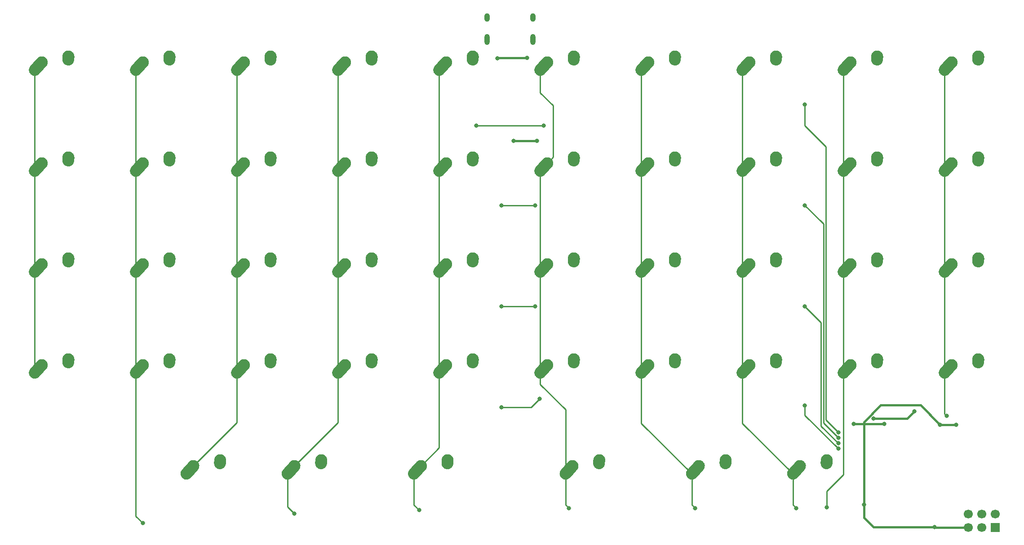
<source format=gtl>
%TF.GenerationSoftware,KiCad,Pcbnew,(5.1.12)-1*%
%TF.CreationDate,2022-01-05T12:33:11-05:00*%
%TF.ProjectId,my-keeb-type-c,6d792d6b-6565-4622-9d74-7970652d632e,rev?*%
%TF.SameCoordinates,Original*%
%TF.FileFunction,Copper,L1,Top*%
%TF.FilePolarity,Positive*%
%FSLAX46Y46*%
G04 Gerber Fmt 4.6, Leading zero omitted, Abs format (unit mm)*
G04 Created by KiCad (PCBNEW (5.1.12)-1) date 2022-01-05 12:33:11*
%MOMM*%
%LPD*%
G01*
G04 APERTURE LIST*
%TA.AperFunction,ComponentPad*%
%ADD10C,2.250000*%
%TD*%
%TA.AperFunction,ComponentPad*%
%ADD11O,1.000000X2.100000*%
%TD*%
%TA.AperFunction,ComponentPad*%
%ADD12O,1.000000X1.600000*%
%TD*%
%TA.AperFunction,ComponentPad*%
%ADD13R,1.700000X1.700000*%
%TD*%
%TA.AperFunction,ComponentPad*%
%ADD14C,1.700000*%
%TD*%
%TA.AperFunction,ViaPad*%
%ADD15C,0.800000*%
%TD*%
%TA.AperFunction,Conductor*%
%ADD16C,0.381000*%
%TD*%
%TA.AperFunction,Conductor*%
%ADD17C,0.254000*%
%TD*%
G04 APERTURE END LIST*
D10*
%TO.P,MX46,1*%
%TO.N,COL9*%
X199906250Y-84106250D03*
%TA.AperFunction,ComponentPad*%
G36*
G01*
X197844938Y-86403600D02*
X197844933Y-86403595D01*
G75*
G02*
X197758905Y-84814933I751317J837345D01*
G01*
X199068907Y-83354933D01*
G75*
G02*
X200657569Y-83268905I837345J-751317D01*
G01*
X200657569Y-83268905D01*
G75*
G02*
X200743597Y-84857567I-751317J-837345D01*
G01*
X199433595Y-86317567D01*
G75*
G02*
X197844933Y-86403595I-837345J751317D01*
G01*
G37*
%TD.AperFunction*%
%TO.P,MX46,2*%
%TO.N,Net-(D46-Pad2)*%
X204946250Y-83026250D03*
%TA.AperFunction,ComponentPad*%
G36*
G01*
X204829733Y-84728645D02*
X204828847Y-84728584D01*
G75*
G02*
X203783916Y-83528847I77403J1122334D01*
G01*
X203823916Y-82948847D01*
G75*
G02*
X205023653Y-81903916I1122334J-77403D01*
G01*
X205023653Y-81903916D01*
G75*
G02*
X206068584Y-83103653I-77403J-1122334D01*
G01*
X206028584Y-83683653D01*
G75*
G02*
X204828847Y-84728584I-1122334J77403D01*
G01*
G37*
%TD.AperFunction*%
%TD*%
%TO.P,MX18,1*%
%TO.N,COL3*%
X76081250Y-103156250D03*
%TA.AperFunction,ComponentPad*%
G36*
G01*
X74019938Y-105453600D02*
X74019933Y-105453595D01*
G75*
G02*
X73933905Y-103864933I751317J837345D01*
G01*
X75243907Y-102404933D01*
G75*
G02*
X76832569Y-102318905I837345J-751317D01*
G01*
X76832569Y-102318905D01*
G75*
G02*
X76918597Y-103907567I-751317J-837345D01*
G01*
X75608595Y-105367567D01*
G75*
G02*
X74019933Y-105453595I-837345J751317D01*
G01*
G37*
%TD.AperFunction*%
%TO.P,MX18,2*%
%TO.N,Net-(D18-Pad2)*%
X81121250Y-102076250D03*
%TA.AperFunction,ComponentPad*%
G36*
G01*
X81004733Y-103778645D02*
X81003847Y-103778584D01*
G75*
G02*
X79958916Y-102578847I77403J1122334D01*
G01*
X79998916Y-101998847D01*
G75*
G02*
X81198653Y-100953916I1122334J-77403D01*
G01*
X81198653Y-100953916D01*
G75*
G02*
X82243584Y-102153653I-77403J-1122334D01*
G01*
X82203584Y-102733653D01*
G75*
G02*
X81003847Y-103778584I-1122334J77403D01*
G01*
G37*
%TD.AperFunction*%
%TD*%
%TO.P,MX19,1*%
%TO.N,COL4*%
X104656250Y-26956250D03*
%TA.AperFunction,ComponentPad*%
G36*
G01*
X102594938Y-29253600D02*
X102594933Y-29253595D01*
G75*
G02*
X102508905Y-27664933I751317J837345D01*
G01*
X103818907Y-26204933D01*
G75*
G02*
X105407569Y-26118905I837345J-751317D01*
G01*
X105407569Y-26118905D01*
G75*
G02*
X105493597Y-27707567I-751317J-837345D01*
G01*
X104183595Y-29167567D01*
G75*
G02*
X102594933Y-29253595I-837345J751317D01*
G01*
G37*
%TD.AperFunction*%
%TO.P,MX19,2*%
%TO.N,Net-(D19-Pad2)*%
X109696250Y-25876250D03*
%TA.AperFunction,ComponentPad*%
G36*
G01*
X109579733Y-27578645D02*
X109578847Y-27578584D01*
G75*
G02*
X108533916Y-26378847I77403J1122334D01*
G01*
X108573916Y-25798847D01*
G75*
G02*
X109773653Y-24753916I1122334J-77403D01*
G01*
X109773653Y-24753916D01*
G75*
G02*
X110818584Y-25953653I-77403J-1122334D01*
G01*
X110778584Y-26533653D01*
G75*
G02*
X109578847Y-27578584I-1122334J77403D01*
G01*
G37*
%TD.AperFunction*%
%TD*%
%TO.P,MX24,1*%
%TO.N,COL5*%
X123706250Y-26956250D03*
%TA.AperFunction,ComponentPad*%
G36*
G01*
X121644938Y-29253600D02*
X121644933Y-29253595D01*
G75*
G02*
X121558905Y-27664933I751317J837345D01*
G01*
X122868907Y-26204933D01*
G75*
G02*
X124457569Y-26118905I837345J-751317D01*
G01*
X124457569Y-26118905D01*
G75*
G02*
X124543597Y-27707567I-751317J-837345D01*
G01*
X123233595Y-29167567D01*
G75*
G02*
X121644933Y-29253595I-837345J751317D01*
G01*
G37*
%TD.AperFunction*%
%TO.P,MX24,2*%
%TO.N,Net-(D24-Pad2)*%
X128746250Y-25876250D03*
%TA.AperFunction,ComponentPad*%
G36*
G01*
X128629733Y-27578645D02*
X128628847Y-27578584D01*
G75*
G02*
X127583916Y-26378847I77403J1122334D01*
G01*
X127623916Y-25798847D01*
G75*
G02*
X128823653Y-24753916I1122334J-77403D01*
G01*
X128823653Y-24753916D01*
G75*
G02*
X129868584Y-25953653I-77403J-1122334D01*
G01*
X129828584Y-26533653D01*
G75*
G02*
X128628847Y-27578584I-1122334J77403D01*
G01*
G37*
%TD.AperFunction*%
%TD*%
%TO.P,MX42,1*%
%TO.N,COL8*%
X180856250Y-84106250D03*
%TA.AperFunction,ComponentPad*%
G36*
G01*
X178794938Y-86403600D02*
X178794933Y-86403595D01*
G75*
G02*
X178708905Y-84814933I751317J837345D01*
G01*
X180018907Y-83354933D01*
G75*
G02*
X181607569Y-83268905I837345J-751317D01*
G01*
X181607569Y-83268905D01*
G75*
G02*
X181693597Y-84857567I-751317J-837345D01*
G01*
X180383595Y-86317567D01*
G75*
G02*
X178794933Y-86403595I-837345J751317D01*
G01*
G37*
%TD.AperFunction*%
%TO.P,MX42,2*%
%TO.N,Net-(D42-Pad2)*%
X185896250Y-83026250D03*
%TA.AperFunction,ComponentPad*%
G36*
G01*
X185779733Y-84728645D02*
X185778847Y-84728584D01*
G75*
G02*
X184733916Y-83528847I77403J1122334D01*
G01*
X184773916Y-82948847D01*
G75*
G02*
X185973653Y-81903916I1122334J-77403D01*
G01*
X185973653Y-81903916D01*
G75*
G02*
X187018584Y-83103653I-77403J-1122334D01*
G01*
X186978584Y-83683653D01*
G75*
G02*
X185778847Y-84728584I-1122334J77403D01*
G01*
G37*
%TD.AperFunction*%
%TD*%
%TO.P,MX39,1*%
%TO.N,COL8*%
X180856250Y-26956250D03*
%TA.AperFunction,ComponentPad*%
G36*
G01*
X178794938Y-29253600D02*
X178794933Y-29253595D01*
G75*
G02*
X178708905Y-27664933I751317J837345D01*
G01*
X180018907Y-26204933D01*
G75*
G02*
X181607569Y-26118905I837345J-751317D01*
G01*
X181607569Y-26118905D01*
G75*
G02*
X181693597Y-27707567I-751317J-837345D01*
G01*
X180383595Y-29167567D01*
G75*
G02*
X178794933Y-29253595I-837345J751317D01*
G01*
G37*
%TD.AperFunction*%
%TO.P,MX39,2*%
%TO.N,Net-(D39-Pad2)*%
X185896250Y-25876250D03*
%TA.AperFunction,ComponentPad*%
G36*
G01*
X185779733Y-27578645D02*
X185778847Y-27578584D01*
G75*
G02*
X184733916Y-26378847I77403J1122334D01*
G01*
X184773916Y-25798847D01*
G75*
G02*
X185973653Y-24753916I1122334J-77403D01*
G01*
X185973653Y-24753916D01*
G75*
G02*
X187018584Y-25953653I-77403J-1122334D01*
G01*
X186978584Y-26533653D01*
G75*
G02*
X185778847Y-27578584I-1122334J77403D01*
G01*
G37*
%TD.AperFunction*%
%TD*%
D11*
%TO.P,USB1,13*%
%TO.N,Earth*%
X112361250Y-22655000D03*
X121001250Y-22655000D03*
D12*
X112361250Y-18475000D03*
X121001250Y-18475000D03*
%TD*%
D10*
%TO.P,MX45,1*%
%TO.N,COL9*%
X199906250Y-65056250D03*
%TA.AperFunction,ComponentPad*%
G36*
G01*
X197844938Y-67353600D02*
X197844933Y-67353595D01*
G75*
G02*
X197758905Y-65764933I751317J837345D01*
G01*
X199068907Y-64304933D01*
G75*
G02*
X200657569Y-64218905I837345J-751317D01*
G01*
X200657569Y-64218905D01*
G75*
G02*
X200743597Y-65807567I-751317J-837345D01*
G01*
X199433595Y-67267567D01*
G75*
G02*
X197844933Y-67353595I-837345J751317D01*
G01*
G37*
%TD.AperFunction*%
%TO.P,MX45,2*%
%TO.N,Net-(D45-Pad2)*%
X204946250Y-63976250D03*
%TA.AperFunction,ComponentPad*%
G36*
G01*
X204829733Y-65678645D02*
X204828847Y-65678584D01*
G75*
G02*
X203783916Y-64478847I77403J1122334D01*
G01*
X203823916Y-63898847D01*
G75*
G02*
X205023653Y-62853916I1122334J-77403D01*
G01*
X205023653Y-62853916D01*
G75*
G02*
X206068584Y-64053653I-77403J-1122334D01*
G01*
X206028584Y-64633653D01*
G75*
G02*
X204828847Y-65678584I-1122334J77403D01*
G01*
G37*
%TD.AperFunction*%
%TD*%
%TO.P,MX44,1*%
%TO.N,COL9*%
X199906250Y-46006250D03*
%TA.AperFunction,ComponentPad*%
G36*
G01*
X197844938Y-48303600D02*
X197844933Y-48303595D01*
G75*
G02*
X197758905Y-46714933I751317J837345D01*
G01*
X199068907Y-45254933D01*
G75*
G02*
X200657569Y-45168905I837345J-751317D01*
G01*
X200657569Y-45168905D01*
G75*
G02*
X200743597Y-46757567I-751317J-837345D01*
G01*
X199433595Y-48217567D01*
G75*
G02*
X197844933Y-48303595I-837345J751317D01*
G01*
G37*
%TD.AperFunction*%
%TO.P,MX44,2*%
%TO.N,Net-(D44-Pad2)*%
X204946250Y-44926250D03*
%TA.AperFunction,ComponentPad*%
G36*
G01*
X204829733Y-46628645D02*
X204828847Y-46628584D01*
G75*
G02*
X203783916Y-45428847I77403J1122334D01*
G01*
X203823916Y-44848847D01*
G75*
G02*
X205023653Y-43803916I1122334J-77403D01*
G01*
X205023653Y-43803916D01*
G75*
G02*
X206068584Y-45003653I-77403J-1122334D01*
G01*
X206028584Y-45583653D01*
G75*
G02*
X204828847Y-46628584I-1122334J77403D01*
G01*
G37*
%TD.AperFunction*%
%TD*%
%TO.P,MX43,1*%
%TO.N,COL9*%
X199906250Y-26956250D03*
%TA.AperFunction,ComponentPad*%
G36*
G01*
X197844938Y-29253600D02*
X197844933Y-29253595D01*
G75*
G02*
X197758905Y-27664933I751317J837345D01*
G01*
X199068907Y-26204933D01*
G75*
G02*
X200657569Y-26118905I837345J-751317D01*
G01*
X200657569Y-26118905D01*
G75*
G02*
X200743597Y-27707567I-751317J-837345D01*
G01*
X199433595Y-29167567D01*
G75*
G02*
X197844933Y-29253595I-837345J751317D01*
G01*
G37*
%TD.AperFunction*%
%TO.P,MX43,2*%
%TO.N,Net-(D43-Pad2)*%
X204946250Y-25876250D03*
%TA.AperFunction,ComponentPad*%
G36*
G01*
X204829733Y-27578645D02*
X204828847Y-27578584D01*
G75*
G02*
X203783916Y-26378847I77403J1122334D01*
G01*
X203823916Y-25798847D01*
G75*
G02*
X205023653Y-24753916I1122334J-77403D01*
G01*
X205023653Y-24753916D01*
G75*
G02*
X206068584Y-25953653I-77403J-1122334D01*
G01*
X206028584Y-26533653D01*
G75*
G02*
X204828847Y-27578584I-1122334J77403D01*
G01*
G37*
%TD.AperFunction*%
%TD*%
%TO.P,MX41,1*%
%TO.N,COL8*%
X180856250Y-65056250D03*
%TA.AperFunction,ComponentPad*%
G36*
G01*
X178794938Y-67353600D02*
X178794933Y-67353595D01*
G75*
G02*
X178708905Y-65764933I751317J837345D01*
G01*
X180018907Y-64304933D01*
G75*
G02*
X181607569Y-64218905I837345J-751317D01*
G01*
X181607569Y-64218905D01*
G75*
G02*
X181693597Y-65807567I-751317J-837345D01*
G01*
X180383595Y-67267567D01*
G75*
G02*
X178794933Y-67353595I-837345J751317D01*
G01*
G37*
%TD.AperFunction*%
%TO.P,MX41,2*%
%TO.N,Net-(D41-Pad2)*%
X185896250Y-63976250D03*
%TA.AperFunction,ComponentPad*%
G36*
G01*
X185779733Y-65678645D02*
X185778847Y-65678584D01*
G75*
G02*
X184733916Y-64478847I77403J1122334D01*
G01*
X184773916Y-63898847D01*
G75*
G02*
X185973653Y-62853916I1122334J-77403D01*
G01*
X185973653Y-62853916D01*
G75*
G02*
X187018584Y-64053653I-77403J-1122334D01*
G01*
X186978584Y-64633653D01*
G75*
G02*
X185778847Y-65678584I-1122334J77403D01*
G01*
G37*
%TD.AperFunction*%
%TD*%
%TO.P,MX40,1*%
%TO.N,COL8*%
X180856250Y-46006250D03*
%TA.AperFunction,ComponentPad*%
G36*
G01*
X178794938Y-48303600D02*
X178794933Y-48303595D01*
G75*
G02*
X178708905Y-46714933I751317J837345D01*
G01*
X180018907Y-45254933D01*
G75*
G02*
X181607569Y-45168905I837345J-751317D01*
G01*
X181607569Y-45168905D01*
G75*
G02*
X181693597Y-46757567I-751317J-837345D01*
G01*
X180383595Y-48217567D01*
G75*
G02*
X178794933Y-48303595I-837345J751317D01*
G01*
G37*
%TD.AperFunction*%
%TO.P,MX40,2*%
%TO.N,Net-(D40-Pad2)*%
X185896250Y-44926250D03*
%TA.AperFunction,ComponentPad*%
G36*
G01*
X185779733Y-46628645D02*
X185778847Y-46628584D01*
G75*
G02*
X184733916Y-45428847I77403J1122334D01*
G01*
X184773916Y-44848847D01*
G75*
G02*
X185973653Y-43803916I1122334J-77403D01*
G01*
X185973653Y-43803916D01*
G75*
G02*
X187018584Y-45003653I-77403J-1122334D01*
G01*
X186978584Y-45583653D01*
G75*
G02*
X185778847Y-46628584I-1122334J77403D01*
G01*
G37*
%TD.AperFunction*%
%TD*%
%TO.P,MX38,1*%
%TO.N,COL7*%
X171331250Y-103156250D03*
%TA.AperFunction,ComponentPad*%
G36*
G01*
X169269938Y-105453600D02*
X169269933Y-105453595D01*
G75*
G02*
X169183905Y-103864933I751317J837345D01*
G01*
X170493907Y-102404933D01*
G75*
G02*
X172082569Y-102318905I837345J-751317D01*
G01*
X172082569Y-102318905D01*
G75*
G02*
X172168597Y-103907567I-751317J-837345D01*
G01*
X170858595Y-105367567D01*
G75*
G02*
X169269933Y-105453595I-837345J751317D01*
G01*
G37*
%TD.AperFunction*%
%TO.P,MX38,2*%
%TO.N,Net-(D38-Pad2)*%
X176371250Y-102076250D03*
%TA.AperFunction,ComponentPad*%
G36*
G01*
X176254733Y-103778645D02*
X176253847Y-103778584D01*
G75*
G02*
X175208916Y-102578847I77403J1122334D01*
G01*
X175248916Y-101998847D01*
G75*
G02*
X176448653Y-100953916I1122334J-77403D01*
G01*
X176448653Y-100953916D01*
G75*
G02*
X177493584Y-102153653I-77403J-1122334D01*
G01*
X177453584Y-102733653D01*
G75*
G02*
X176253847Y-103778584I-1122334J77403D01*
G01*
G37*
%TD.AperFunction*%
%TD*%
%TO.P,MX37,1*%
%TO.N,COL7*%
X161806250Y-84106250D03*
%TA.AperFunction,ComponentPad*%
G36*
G01*
X159744938Y-86403600D02*
X159744933Y-86403595D01*
G75*
G02*
X159658905Y-84814933I751317J837345D01*
G01*
X160968907Y-83354933D01*
G75*
G02*
X162557569Y-83268905I837345J-751317D01*
G01*
X162557569Y-83268905D01*
G75*
G02*
X162643597Y-84857567I-751317J-837345D01*
G01*
X161333595Y-86317567D01*
G75*
G02*
X159744933Y-86403595I-837345J751317D01*
G01*
G37*
%TD.AperFunction*%
%TO.P,MX37,2*%
%TO.N,Net-(D37-Pad2)*%
X166846250Y-83026250D03*
%TA.AperFunction,ComponentPad*%
G36*
G01*
X166729733Y-84728645D02*
X166728847Y-84728584D01*
G75*
G02*
X165683916Y-83528847I77403J1122334D01*
G01*
X165723916Y-82948847D01*
G75*
G02*
X166923653Y-81903916I1122334J-77403D01*
G01*
X166923653Y-81903916D01*
G75*
G02*
X167968584Y-83103653I-77403J-1122334D01*
G01*
X167928584Y-83683653D01*
G75*
G02*
X166728847Y-84728584I-1122334J77403D01*
G01*
G37*
%TD.AperFunction*%
%TD*%
%TO.P,MX36,1*%
%TO.N,COL7*%
X161806250Y-65056250D03*
%TA.AperFunction,ComponentPad*%
G36*
G01*
X159744938Y-67353600D02*
X159744933Y-67353595D01*
G75*
G02*
X159658905Y-65764933I751317J837345D01*
G01*
X160968907Y-64304933D01*
G75*
G02*
X162557569Y-64218905I837345J-751317D01*
G01*
X162557569Y-64218905D01*
G75*
G02*
X162643597Y-65807567I-751317J-837345D01*
G01*
X161333595Y-67267567D01*
G75*
G02*
X159744933Y-67353595I-837345J751317D01*
G01*
G37*
%TD.AperFunction*%
%TO.P,MX36,2*%
%TO.N,Net-(D36-Pad2)*%
X166846250Y-63976250D03*
%TA.AperFunction,ComponentPad*%
G36*
G01*
X166729733Y-65678645D02*
X166728847Y-65678584D01*
G75*
G02*
X165683916Y-64478847I77403J1122334D01*
G01*
X165723916Y-63898847D01*
G75*
G02*
X166923653Y-62853916I1122334J-77403D01*
G01*
X166923653Y-62853916D01*
G75*
G02*
X167968584Y-64053653I-77403J-1122334D01*
G01*
X167928584Y-64633653D01*
G75*
G02*
X166728847Y-65678584I-1122334J77403D01*
G01*
G37*
%TD.AperFunction*%
%TD*%
%TO.P,MX35,1*%
%TO.N,COL7*%
X161806250Y-46006250D03*
%TA.AperFunction,ComponentPad*%
G36*
G01*
X159744938Y-48303600D02*
X159744933Y-48303595D01*
G75*
G02*
X159658905Y-46714933I751317J837345D01*
G01*
X160968907Y-45254933D01*
G75*
G02*
X162557569Y-45168905I837345J-751317D01*
G01*
X162557569Y-45168905D01*
G75*
G02*
X162643597Y-46757567I-751317J-837345D01*
G01*
X161333595Y-48217567D01*
G75*
G02*
X159744933Y-48303595I-837345J751317D01*
G01*
G37*
%TD.AperFunction*%
%TO.P,MX35,2*%
%TO.N,Net-(D35-Pad2)*%
X166846250Y-44926250D03*
%TA.AperFunction,ComponentPad*%
G36*
G01*
X166729733Y-46628645D02*
X166728847Y-46628584D01*
G75*
G02*
X165683916Y-45428847I77403J1122334D01*
G01*
X165723916Y-44848847D01*
G75*
G02*
X166923653Y-43803916I1122334J-77403D01*
G01*
X166923653Y-43803916D01*
G75*
G02*
X167968584Y-45003653I-77403J-1122334D01*
G01*
X167928584Y-45583653D01*
G75*
G02*
X166728847Y-46628584I-1122334J77403D01*
G01*
G37*
%TD.AperFunction*%
%TD*%
%TO.P,MX34,1*%
%TO.N,COL7*%
X161806250Y-26956250D03*
%TA.AperFunction,ComponentPad*%
G36*
G01*
X159744938Y-29253600D02*
X159744933Y-29253595D01*
G75*
G02*
X159658905Y-27664933I751317J837345D01*
G01*
X160968907Y-26204933D01*
G75*
G02*
X162557569Y-26118905I837345J-751317D01*
G01*
X162557569Y-26118905D01*
G75*
G02*
X162643597Y-27707567I-751317J-837345D01*
G01*
X161333595Y-29167567D01*
G75*
G02*
X159744933Y-29253595I-837345J751317D01*
G01*
G37*
%TD.AperFunction*%
%TO.P,MX34,2*%
%TO.N,Net-(D34-Pad2)*%
X166846250Y-25876250D03*
%TA.AperFunction,ComponentPad*%
G36*
G01*
X166729733Y-27578645D02*
X166728847Y-27578584D01*
G75*
G02*
X165683916Y-26378847I77403J1122334D01*
G01*
X165723916Y-25798847D01*
G75*
G02*
X166923653Y-24753916I1122334J-77403D01*
G01*
X166923653Y-24753916D01*
G75*
G02*
X167968584Y-25953653I-77403J-1122334D01*
G01*
X167928584Y-26533653D01*
G75*
G02*
X166728847Y-27578584I-1122334J77403D01*
G01*
G37*
%TD.AperFunction*%
%TD*%
%TO.P,MX33,1*%
%TO.N,COL6*%
X152281250Y-103156250D03*
%TA.AperFunction,ComponentPad*%
G36*
G01*
X150219938Y-105453600D02*
X150219933Y-105453595D01*
G75*
G02*
X150133905Y-103864933I751317J837345D01*
G01*
X151443907Y-102404933D01*
G75*
G02*
X153032569Y-102318905I837345J-751317D01*
G01*
X153032569Y-102318905D01*
G75*
G02*
X153118597Y-103907567I-751317J-837345D01*
G01*
X151808595Y-105367567D01*
G75*
G02*
X150219933Y-105453595I-837345J751317D01*
G01*
G37*
%TD.AperFunction*%
%TO.P,MX33,2*%
%TO.N,Net-(D33-Pad2)*%
X157321250Y-102076250D03*
%TA.AperFunction,ComponentPad*%
G36*
G01*
X157204733Y-103778645D02*
X157203847Y-103778584D01*
G75*
G02*
X156158916Y-102578847I77403J1122334D01*
G01*
X156198916Y-101998847D01*
G75*
G02*
X157398653Y-100953916I1122334J-77403D01*
G01*
X157398653Y-100953916D01*
G75*
G02*
X158443584Y-102153653I-77403J-1122334D01*
G01*
X158403584Y-102733653D01*
G75*
G02*
X157203847Y-103778584I-1122334J77403D01*
G01*
G37*
%TD.AperFunction*%
%TD*%
%TO.P,MX32,1*%
%TO.N,COL6*%
X142756250Y-84106250D03*
%TA.AperFunction,ComponentPad*%
G36*
G01*
X140694938Y-86403600D02*
X140694933Y-86403595D01*
G75*
G02*
X140608905Y-84814933I751317J837345D01*
G01*
X141918907Y-83354933D01*
G75*
G02*
X143507569Y-83268905I837345J-751317D01*
G01*
X143507569Y-83268905D01*
G75*
G02*
X143593597Y-84857567I-751317J-837345D01*
G01*
X142283595Y-86317567D01*
G75*
G02*
X140694933Y-86403595I-837345J751317D01*
G01*
G37*
%TD.AperFunction*%
%TO.P,MX32,2*%
%TO.N,Net-(D32-Pad2)*%
X147796250Y-83026250D03*
%TA.AperFunction,ComponentPad*%
G36*
G01*
X147679733Y-84728645D02*
X147678847Y-84728584D01*
G75*
G02*
X146633916Y-83528847I77403J1122334D01*
G01*
X146673916Y-82948847D01*
G75*
G02*
X147873653Y-81903916I1122334J-77403D01*
G01*
X147873653Y-81903916D01*
G75*
G02*
X148918584Y-83103653I-77403J-1122334D01*
G01*
X148878584Y-83683653D01*
G75*
G02*
X147678847Y-84728584I-1122334J77403D01*
G01*
G37*
%TD.AperFunction*%
%TD*%
%TO.P,MX31,1*%
%TO.N,COL6*%
X142756250Y-65056250D03*
%TA.AperFunction,ComponentPad*%
G36*
G01*
X140694938Y-67353600D02*
X140694933Y-67353595D01*
G75*
G02*
X140608905Y-65764933I751317J837345D01*
G01*
X141918907Y-64304933D01*
G75*
G02*
X143507569Y-64218905I837345J-751317D01*
G01*
X143507569Y-64218905D01*
G75*
G02*
X143593597Y-65807567I-751317J-837345D01*
G01*
X142283595Y-67267567D01*
G75*
G02*
X140694933Y-67353595I-837345J751317D01*
G01*
G37*
%TD.AperFunction*%
%TO.P,MX31,2*%
%TO.N,Net-(D31-Pad2)*%
X147796250Y-63976250D03*
%TA.AperFunction,ComponentPad*%
G36*
G01*
X147679733Y-65678645D02*
X147678847Y-65678584D01*
G75*
G02*
X146633916Y-64478847I77403J1122334D01*
G01*
X146673916Y-63898847D01*
G75*
G02*
X147873653Y-62853916I1122334J-77403D01*
G01*
X147873653Y-62853916D01*
G75*
G02*
X148918584Y-64053653I-77403J-1122334D01*
G01*
X148878584Y-64633653D01*
G75*
G02*
X147678847Y-65678584I-1122334J77403D01*
G01*
G37*
%TD.AperFunction*%
%TD*%
%TO.P,MX30,1*%
%TO.N,COL6*%
X142756250Y-46006250D03*
%TA.AperFunction,ComponentPad*%
G36*
G01*
X140694938Y-48303600D02*
X140694933Y-48303595D01*
G75*
G02*
X140608905Y-46714933I751317J837345D01*
G01*
X141918907Y-45254933D01*
G75*
G02*
X143507569Y-45168905I837345J-751317D01*
G01*
X143507569Y-45168905D01*
G75*
G02*
X143593597Y-46757567I-751317J-837345D01*
G01*
X142283595Y-48217567D01*
G75*
G02*
X140694933Y-48303595I-837345J751317D01*
G01*
G37*
%TD.AperFunction*%
%TO.P,MX30,2*%
%TO.N,Net-(D30-Pad2)*%
X147796250Y-44926250D03*
%TA.AperFunction,ComponentPad*%
G36*
G01*
X147679733Y-46628645D02*
X147678847Y-46628584D01*
G75*
G02*
X146633916Y-45428847I77403J1122334D01*
G01*
X146673916Y-44848847D01*
G75*
G02*
X147873653Y-43803916I1122334J-77403D01*
G01*
X147873653Y-43803916D01*
G75*
G02*
X148918584Y-45003653I-77403J-1122334D01*
G01*
X148878584Y-45583653D01*
G75*
G02*
X147678847Y-46628584I-1122334J77403D01*
G01*
G37*
%TD.AperFunction*%
%TD*%
%TO.P,MX29,1*%
%TO.N,COL6*%
X142756250Y-26956250D03*
%TA.AperFunction,ComponentPad*%
G36*
G01*
X140694938Y-29253600D02*
X140694933Y-29253595D01*
G75*
G02*
X140608905Y-27664933I751317J837345D01*
G01*
X141918907Y-26204933D01*
G75*
G02*
X143507569Y-26118905I837345J-751317D01*
G01*
X143507569Y-26118905D01*
G75*
G02*
X143593597Y-27707567I-751317J-837345D01*
G01*
X142283595Y-29167567D01*
G75*
G02*
X140694933Y-29253595I-837345J751317D01*
G01*
G37*
%TD.AperFunction*%
%TO.P,MX29,2*%
%TO.N,Net-(D29-Pad2)*%
X147796250Y-25876250D03*
%TA.AperFunction,ComponentPad*%
G36*
G01*
X147679733Y-27578645D02*
X147678847Y-27578584D01*
G75*
G02*
X146633916Y-26378847I77403J1122334D01*
G01*
X146673916Y-25798847D01*
G75*
G02*
X147873653Y-24753916I1122334J-77403D01*
G01*
X147873653Y-24753916D01*
G75*
G02*
X148918584Y-25953653I-77403J-1122334D01*
G01*
X148878584Y-26533653D01*
G75*
G02*
X147678847Y-27578584I-1122334J77403D01*
G01*
G37*
%TD.AperFunction*%
%TD*%
%TO.P,MX28,1*%
%TO.N,COL5*%
X128468750Y-103156250D03*
%TA.AperFunction,ComponentPad*%
G36*
G01*
X126407438Y-105453600D02*
X126407433Y-105453595D01*
G75*
G02*
X126321405Y-103864933I751317J837345D01*
G01*
X127631407Y-102404933D01*
G75*
G02*
X129220069Y-102318905I837345J-751317D01*
G01*
X129220069Y-102318905D01*
G75*
G02*
X129306097Y-103907567I-751317J-837345D01*
G01*
X127996095Y-105367567D01*
G75*
G02*
X126407433Y-105453595I-837345J751317D01*
G01*
G37*
%TD.AperFunction*%
%TO.P,MX28,2*%
%TO.N,Net-(D28-Pad2)*%
X133508750Y-102076250D03*
%TA.AperFunction,ComponentPad*%
G36*
G01*
X133392233Y-103778645D02*
X133391347Y-103778584D01*
G75*
G02*
X132346416Y-102578847I77403J1122334D01*
G01*
X132386416Y-101998847D01*
G75*
G02*
X133586153Y-100953916I1122334J-77403D01*
G01*
X133586153Y-100953916D01*
G75*
G02*
X134631084Y-102153653I-77403J-1122334D01*
G01*
X134591084Y-102733653D01*
G75*
G02*
X133391347Y-103778584I-1122334J77403D01*
G01*
G37*
%TD.AperFunction*%
%TD*%
%TO.P,MX27,1*%
%TO.N,COL5*%
X123706250Y-84106250D03*
%TA.AperFunction,ComponentPad*%
G36*
G01*
X121644938Y-86403600D02*
X121644933Y-86403595D01*
G75*
G02*
X121558905Y-84814933I751317J837345D01*
G01*
X122868907Y-83354933D01*
G75*
G02*
X124457569Y-83268905I837345J-751317D01*
G01*
X124457569Y-83268905D01*
G75*
G02*
X124543597Y-84857567I-751317J-837345D01*
G01*
X123233595Y-86317567D01*
G75*
G02*
X121644933Y-86403595I-837345J751317D01*
G01*
G37*
%TD.AperFunction*%
%TO.P,MX27,2*%
%TO.N,Net-(D27-Pad2)*%
X128746250Y-83026250D03*
%TA.AperFunction,ComponentPad*%
G36*
G01*
X128629733Y-84728645D02*
X128628847Y-84728584D01*
G75*
G02*
X127583916Y-83528847I77403J1122334D01*
G01*
X127623916Y-82948847D01*
G75*
G02*
X128823653Y-81903916I1122334J-77403D01*
G01*
X128823653Y-81903916D01*
G75*
G02*
X129868584Y-83103653I-77403J-1122334D01*
G01*
X129828584Y-83683653D01*
G75*
G02*
X128628847Y-84728584I-1122334J77403D01*
G01*
G37*
%TD.AperFunction*%
%TD*%
%TO.P,MX26,1*%
%TO.N,COL5*%
X123706250Y-65056250D03*
%TA.AperFunction,ComponentPad*%
G36*
G01*
X121644938Y-67353600D02*
X121644933Y-67353595D01*
G75*
G02*
X121558905Y-65764933I751317J837345D01*
G01*
X122868907Y-64304933D01*
G75*
G02*
X124457569Y-64218905I837345J-751317D01*
G01*
X124457569Y-64218905D01*
G75*
G02*
X124543597Y-65807567I-751317J-837345D01*
G01*
X123233595Y-67267567D01*
G75*
G02*
X121644933Y-67353595I-837345J751317D01*
G01*
G37*
%TD.AperFunction*%
%TO.P,MX26,2*%
%TO.N,Net-(D26-Pad2)*%
X128746250Y-63976250D03*
%TA.AperFunction,ComponentPad*%
G36*
G01*
X128629733Y-65678645D02*
X128628847Y-65678584D01*
G75*
G02*
X127583916Y-64478847I77403J1122334D01*
G01*
X127623916Y-63898847D01*
G75*
G02*
X128823653Y-62853916I1122334J-77403D01*
G01*
X128823653Y-62853916D01*
G75*
G02*
X129868584Y-64053653I-77403J-1122334D01*
G01*
X129828584Y-64633653D01*
G75*
G02*
X128628847Y-65678584I-1122334J77403D01*
G01*
G37*
%TD.AperFunction*%
%TD*%
%TO.P,MX25,1*%
%TO.N,COL5*%
X123706250Y-46006250D03*
%TA.AperFunction,ComponentPad*%
G36*
G01*
X121644938Y-48303600D02*
X121644933Y-48303595D01*
G75*
G02*
X121558905Y-46714933I751317J837345D01*
G01*
X122868907Y-45254933D01*
G75*
G02*
X124457569Y-45168905I837345J-751317D01*
G01*
X124457569Y-45168905D01*
G75*
G02*
X124543597Y-46757567I-751317J-837345D01*
G01*
X123233595Y-48217567D01*
G75*
G02*
X121644933Y-48303595I-837345J751317D01*
G01*
G37*
%TD.AperFunction*%
%TO.P,MX25,2*%
%TO.N,Net-(D25-Pad2)*%
X128746250Y-44926250D03*
%TA.AperFunction,ComponentPad*%
G36*
G01*
X128629733Y-46628645D02*
X128628847Y-46628584D01*
G75*
G02*
X127583916Y-45428847I77403J1122334D01*
G01*
X127623916Y-44848847D01*
G75*
G02*
X128823653Y-43803916I1122334J-77403D01*
G01*
X128823653Y-43803916D01*
G75*
G02*
X129868584Y-45003653I-77403J-1122334D01*
G01*
X129828584Y-45583653D01*
G75*
G02*
X128628847Y-46628584I-1122334J77403D01*
G01*
G37*
%TD.AperFunction*%
%TD*%
%TO.P,MX23,1*%
%TO.N,COL4*%
X99893750Y-103156250D03*
%TA.AperFunction,ComponentPad*%
G36*
G01*
X97832438Y-105453600D02*
X97832433Y-105453595D01*
G75*
G02*
X97746405Y-103864933I751317J837345D01*
G01*
X99056407Y-102404933D01*
G75*
G02*
X100645069Y-102318905I837345J-751317D01*
G01*
X100645069Y-102318905D01*
G75*
G02*
X100731097Y-103907567I-751317J-837345D01*
G01*
X99421095Y-105367567D01*
G75*
G02*
X97832433Y-105453595I-837345J751317D01*
G01*
G37*
%TD.AperFunction*%
%TO.P,MX23,2*%
%TO.N,Net-(D23-Pad2)*%
X104933750Y-102076250D03*
%TA.AperFunction,ComponentPad*%
G36*
G01*
X104817233Y-103778645D02*
X104816347Y-103778584D01*
G75*
G02*
X103771416Y-102578847I77403J1122334D01*
G01*
X103811416Y-101998847D01*
G75*
G02*
X105011153Y-100953916I1122334J-77403D01*
G01*
X105011153Y-100953916D01*
G75*
G02*
X106056084Y-102153653I-77403J-1122334D01*
G01*
X106016084Y-102733653D01*
G75*
G02*
X104816347Y-103778584I-1122334J77403D01*
G01*
G37*
%TD.AperFunction*%
%TD*%
%TO.P,MX22,1*%
%TO.N,COL4*%
X104656250Y-84106250D03*
%TA.AperFunction,ComponentPad*%
G36*
G01*
X102594938Y-86403600D02*
X102594933Y-86403595D01*
G75*
G02*
X102508905Y-84814933I751317J837345D01*
G01*
X103818907Y-83354933D01*
G75*
G02*
X105407569Y-83268905I837345J-751317D01*
G01*
X105407569Y-83268905D01*
G75*
G02*
X105493597Y-84857567I-751317J-837345D01*
G01*
X104183595Y-86317567D01*
G75*
G02*
X102594933Y-86403595I-837345J751317D01*
G01*
G37*
%TD.AperFunction*%
%TO.P,MX22,2*%
%TO.N,Net-(D22-Pad2)*%
X109696250Y-83026250D03*
%TA.AperFunction,ComponentPad*%
G36*
G01*
X109579733Y-84728645D02*
X109578847Y-84728584D01*
G75*
G02*
X108533916Y-83528847I77403J1122334D01*
G01*
X108573916Y-82948847D01*
G75*
G02*
X109773653Y-81903916I1122334J-77403D01*
G01*
X109773653Y-81903916D01*
G75*
G02*
X110818584Y-83103653I-77403J-1122334D01*
G01*
X110778584Y-83683653D01*
G75*
G02*
X109578847Y-84728584I-1122334J77403D01*
G01*
G37*
%TD.AperFunction*%
%TD*%
%TO.P,MX21,1*%
%TO.N,COL4*%
X104656250Y-65056250D03*
%TA.AperFunction,ComponentPad*%
G36*
G01*
X102594938Y-67353600D02*
X102594933Y-67353595D01*
G75*
G02*
X102508905Y-65764933I751317J837345D01*
G01*
X103818907Y-64304933D01*
G75*
G02*
X105407569Y-64218905I837345J-751317D01*
G01*
X105407569Y-64218905D01*
G75*
G02*
X105493597Y-65807567I-751317J-837345D01*
G01*
X104183595Y-67267567D01*
G75*
G02*
X102594933Y-67353595I-837345J751317D01*
G01*
G37*
%TD.AperFunction*%
%TO.P,MX21,2*%
%TO.N,Net-(D21-Pad2)*%
X109696250Y-63976250D03*
%TA.AperFunction,ComponentPad*%
G36*
G01*
X109579733Y-65678645D02*
X109578847Y-65678584D01*
G75*
G02*
X108533916Y-64478847I77403J1122334D01*
G01*
X108573916Y-63898847D01*
G75*
G02*
X109773653Y-62853916I1122334J-77403D01*
G01*
X109773653Y-62853916D01*
G75*
G02*
X110818584Y-64053653I-77403J-1122334D01*
G01*
X110778584Y-64633653D01*
G75*
G02*
X109578847Y-65678584I-1122334J77403D01*
G01*
G37*
%TD.AperFunction*%
%TD*%
%TO.P,MX20,1*%
%TO.N,COL4*%
X104656250Y-46006250D03*
%TA.AperFunction,ComponentPad*%
G36*
G01*
X102594938Y-48303600D02*
X102594933Y-48303595D01*
G75*
G02*
X102508905Y-46714933I751317J837345D01*
G01*
X103818907Y-45254933D01*
G75*
G02*
X105407569Y-45168905I837345J-751317D01*
G01*
X105407569Y-45168905D01*
G75*
G02*
X105493597Y-46757567I-751317J-837345D01*
G01*
X104183595Y-48217567D01*
G75*
G02*
X102594933Y-48303595I-837345J751317D01*
G01*
G37*
%TD.AperFunction*%
%TO.P,MX20,2*%
%TO.N,Net-(D20-Pad2)*%
X109696250Y-44926250D03*
%TA.AperFunction,ComponentPad*%
G36*
G01*
X109579733Y-46628645D02*
X109578847Y-46628584D01*
G75*
G02*
X108533916Y-45428847I77403J1122334D01*
G01*
X108573916Y-44848847D01*
G75*
G02*
X109773653Y-43803916I1122334J-77403D01*
G01*
X109773653Y-43803916D01*
G75*
G02*
X110818584Y-45003653I-77403J-1122334D01*
G01*
X110778584Y-45583653D01*
G75*
G02*
X109578847Y-46628584I-1122334J77403D01*
G01*
G37*
%TD.AperFunction*%
%TD*%
%TO.P,MX17,1*%
%TO.N,COL3*%
X85606250Y-84106250D03*
%TA.AperFunction,ComponentPad*%
G36*
G01*
X83544938Y-86403600D02*
X83544933Y-86403595D01*
G75*
G02*
X83458905Y-84814933I751317J837345D01*
G01*
X84768907Y-83354933D01*
G75*
G02*
X86357569Y-83268905I837345J-751317D01*
G01*
X86357569Y-83268905D01*
G75*
G02*
X86443597Y-84857567I-751317J-837345D01*
G01*
X85133595Y-86317567D01*
G75*
G02*
X83544933Y-86403595I-837345J751317D01*
G01*
G37*
%TD.AperFunction*%
%TO.P,MX17,2*%
%TO.N,Net-(D17-Pad2)*%
X90646250Y-83026250D03*
%TA.AperFunction,ComponentPad*%
G36*
G01*
X90529733Y-84728645D02*
X90528847Y-84728584D01*
G75*
G02*
X89483916Y-83528847I77403J1122334D01*
G01*
X89523916Y-82948847D01*
G75*
G02*
X90723653Y-81903916I1122334J-77403D01*
G01*
X90723653Y-81903916D01*
G75*
G02*
X91768584Y-83103653I-77403J-1122334D01*
G01*
X91728584Y-83683653D01*
G75*
G02*
X90528847Y-84728584I-1122334J77403D01*
G01*
G37*
%TD.AperFunction*%
%TD*%
%TO.P,MX16,1*%
%TO.N,COL3*%
X85606250Y-65056250D03*
%TA.AperFunction,ComponentPad*%
G36*
G01*
X83544938Y-67353600D02*
X83544933Y-67353595D01*
G75*
G02*
X83458905Y-65764933I751317J837345D01*
G01*
X84768907Y-64304933D01*
G75*
G02*
X86357569Y-64218905I837345J-751317D01*
G01*
X86357569Y-64218905D01*
G75*
G02*
X86443597Y-65807567I-751317J-837345D01*
G01*
X85133595Y-67267567D01*
G75*
G02*
X83544933Y-67353595I-837345J751317D01*
G01*
G37*
%TD.AperFunction*%
%TO.P,MX16,2*%
%TO.N,Net-(D16-Pad2)*%
X90646250Y-63976250D03*
%TA.AperFunction,ComponentPad*%
G36*
G01*
X90529733Y-65678645D02*
X90528847Y-65678584D01*
G75*
G02*
X89483916Y-64478847I77403J1122334D01*
G01*
X89523916Y-63898847D01*
G75*
G02*
X90723653Y-62853916I1122334J-77403D01*
G01*
X90723653Y-62853916D01*
G75*
G02*
X91768584Y-64053653I-77403J-1122334D01*
G01*
X91728584Y-64633653D01*
G75*
G02*
X90528847Y-65678584I-1122334J77403D01*
G01*
G37*
%TD.AperFunction*%
%TD*%
%TO.P,MX15,1*%
%TO.N,COL3*%
X85606250Y-46006250D03*
%TA.AperFunction,ComponentPad*%
G36*
G01*
X83544938Y-48303600D02*
X83544933Y-48303595D01*
G75*
G02*
X83458905Y-46714933I751317J837345D01*
G01*
X84768907Y-45254933D01*
G75*
G02*
X86357569Y-45168905I837345J-751317D01*
G01*
X86357569Y-45168905D01*
G75*
G02*
X86443597Y-46757567I-751317J-837345D01*
G01*
X85133595Y-48217567D01*
G75*
G02*
X83544933Y-48303595I-837345J751317D01*
G01*
G37*
%TD.AperFunction*%
%TO.P,MX15,2*%
%TO.N,Net-(D15-Pad2)*%
X90646250Y-44926250D03*
%TA.AperFunction,ComponentPad*%
G36*
G01*
X90529733Y-46628645D02*
X90528847Y-46628584D01*
G75*
G02*
X89483916Y-45428847I77403J1122334D01*
G01*
X89523916Y-44848847D01*
G75*
G02*
X90723653Y-43803916I1122334J-77403D01*
G01*
X90723653Y-43803916D01*
G75*
G02*
X91768584Y-45003653I-77403J-1122334D01*
G01*
X91728584Y-45583653D01*
G75*
G02*
X90528847Y-46628584I-1122334J77403D01*
G01*
G37*
%TD.AperFunction*%
%TD*%
%TO.P,MX14,1*%
%TO.N,COL3*%
X85606250Y-26956250D03*
%TA.AperFunction,ComponentPad*%
G36*
G01*
X83544938Y-29253600D02*
X83544933Y-29253595D01*
G75*
G02*
X83458905Y-27664933I751317J837345D01*
G01*
X84768907Y-26204933D01*
G75*
G02*
X86357569Y-26118905I837345J-751317D01*
G01*
X86357569Y-26118905D01*
G75*
G02*
X86443597Y-27707567I-751317J-837345D01*
G01*
X85133595Y-29167567D01*
G75*
G02*
X83544933Y-29253595I-837345J751317D01*
G01*
G37*
%TD.AperFunction*%
%TO.P,MX14,2*%
%TO.N,Net-(D14-Pad2)*%
X90646250Y-25876250D03*
%TA.AperFunction,ComponentPad*%
G36*
G01*
X90529733Y-27578645D02*
X90528847Y-27578584D01*
G75*
G02*
X89483916Y-26378847I77403J1122334D01*
G01*
X89523916Y-25798847D01*
G75*
G02*
X90723653Y-24753916I1122334J-77403D01*
G01*
X90723653Y-24753916D01*
G75*
G02*
X91768584Y-25953653I-77403J-1122334D01*
G01*
X91728584Y-26533653D01*
G75*
G02*
X90528847Y-27578584I-1122334J77403D01*
G01*
G37*
%TD.AperFunction*%
%TD*%
%TO.P,MX13,1*%
%TO.N,COL2*%
X57031250Y-103156250D03*
%TA.AperFunction,ComponentPad*%
G36*
G01*
X54969938Y-105453600D02*
X54969933Y-105453595D01*
G75*
G02*
X54883905Y-103864933I751317J837345D01*
G01*
X56193907Y-102404933D01*
G75*
G02*
X57782569Y-102318905I837345J-751317D01*
G01*
X57782569Y-102318905D01*
G75*
G02*
X57868597Y-103907567I-751317J-837345D01*
G01*
X56558595Y-105367567D01*
G75*
G02*
X54969933Y-105453595I-837345J751317D01*
G01*
G37*
%TD.AperFunction*%
%TO.P,MX13,2*%
%TO.N,Net-(D13-Pad2)*%
X62071250Y-102076250D03*
%TA.AperFunction,ComponentPad*%
G36*
G01*
X61954733Y-103778645D02*
X61953847Y-103778584D01*
G75*
G02*
X60908916Y-102578847I77403J1122334D01*
G01*
X60948916Y-101998847D01*
G75*
G02*
X62148653Y-100953916I1122334J-77403D01*
G01*
X62148653Y-100953916D01*
G75*
G02*
X63193584Y-102153653I-77403J-1122334D01*
G01*
X63153584Y-102733653D01*
G75*
G02*
X61953847Y-103778584I-1122334J77403D01*
G01*
G37*
%TD.AperFunction*%
%TD*%
%TO.P,MX12,1*%
%TO.N,COL2*%
X66556250Y-84106250D03*
%TA.AperFunction,ComponentPad*%
G36*
G01*
X64494938Y-86403600D02*
X64494933Y-86403595D01*
G75*
G02*
X64408905Y-84814933I751317J837345D01*
G01*
X65718907Y-83354933D01*
G75*
G02*
X67307569Y-83268905I837345J-751317D01*
G01*
X67307569Y-83268905D01*
G75*
G02*
X67393597Y-84857567I-751317J-837345D01*
G01*
X66083595Y-86317567D01*
G75*
G02*
X64494933Y-86403595I-837345J751317D01*
G01*
G37*
%TD.AperFunction*%
%TO.P,MX12,2*%
%TO.N,Net-(D12-Pad2)*%
X71596250Y-83026250D03*
%TA.AperFunction,ComponentPad*%
G36*
G01*
X71479733Y-84728645D02*
X71478847Y-84728584D01*
G75*
G02*
X70433916Y-83528847I77403J1122334D01*
G01*
X70473916Y-82948847D01*
G75*
G02*
X71673653Y-81903916I1122334J-77403D01*
G01*
X71673653Y-81903916D01*
G75*
G02*
X72718584Y-83103653I-77403J-1122334D01*
G01*
X72678584Y-83683653D01*
G75*
G02*
X71478847Y-84728584I-1122334J77403D01*
G01*
G37*
%TD.AperFunction*%
%TD*%
%TO.P,MX11,1*%
%TO.N,COL2*%
X66556250Y-65056250D03*
%TA.AperFunction,ComponentPad*%
G36*
G01*
X64494938Y-67353600D02*
X64494933Y-67353595D01*
G75*
G02*
X64408905Y-65764933I751317J837345D01*
G01*
X65718907Y-64304933D01*
G75*
G02*
X67307569Y-64218905I837345J-751317D01*
G01*
X67307569Y-64218905D01*
G75*
G02*
X67393597Y-65807567I-751317J-837345D01*
G01*
X66083595Y-67267567D01*
G75*
G02*
X64494933Y-67353595I-837345J751317D01*
G01*
G37*
%TD.AperFunction*%
%TO.P,MX11,2*%
%TO.N,Net-(D11-Pad2)*%
X71596250Y-63976250D03*
%TA.AperFunction,ComponentPad*%
G36*
G01*
X71479733Y-65678645D02*
X71478847Y-65678584D01*
G75*
G02*
X70433916Y-64478847I77403J1122334D01*
G01*
X70473916Y-63898847D01*
G75*
G02*
X71673653Y-62853916I1122334J-77403D01*
G01*
X71673653Y-62853916D01*
G75*
G02*
X72718584Y-64053653I-77403J-1122334D01*
G01*
X72678584Y-64633653D01*
G75*
G02*
X71478847Y-65678584I-1122334J77403D01*
G01*
G37*
%TD.AperFunction*%
%TD*%
%TO.P,MX10,1*%
%TO.N,COL2*%
X66556250Y-46006250D03*
%TA.AperFunction,ComponentPad*%
G36*
G01*
X64494938Y-48303600D02*
X64494933Y-48303595D01*
G75*
G02*
X64408905Y-46714933I751317J837345D01*
G01*
X65718907Y-45254933D01*
G75*
G02*
X67307569Y-45168905I837345J-751317D01*
G01*
X67307569Y-45168905D01*
G75*
G02*
X67393597Y-46757567I-751317J-837345D01*
G01*
X66083595Y-48217567D01*
G75*
G02*
X64494933Y-48303595I-837345J751317D01*
G01*
G37*
%TD.AperFunction*%
%TO.P,MX10,2*%
%TO.N,Net-(D10-Pad2)*%
X71596250Y-44926250D03*
%TA.AperFunction,ComponentPad*%
G36*
G01*
X71479733Y-46628645D02*
X71478847Y-46628584D01*
G75*
G02*
X70433916Y-45428847I77403J1122334D01*
G01*
X70473916Y-44848847D01*
G75*
G02*
X71673653Y-43803916I1122334J-77403D01*
G01*
X71673653Y-43803916D01*
G75*
G02*
X72718584Y-45003653I-77403J-1122334D01*
G01*
X72678584Y-45583653D01*
G75*
G02*
X71478847Y-46628584I-1122334J77403D01*
G01*
G37*
%TD.AperFunction*%
%TD*%
%TO.P,MX9,1*%
%TO.N,COL2*%
X66556250Y-26956250D03*
%TA.AperFunction,ComponentPad*%
G36*
G01*
X64494938Y-29253600D02*
X64494933Y-29253595D01*
G75*
G02*
X64408905Y-27664933I751317J837345D01*
G01*
X65718907Y-26204933D01*
G75*
G02*
X67307569Y-26118905I837345J-751317D01*
G01*
X67307569Y-26118905D01*
G75*
G02*
X67393597Y-27707567I-751317J-837345D01*
G01*
X66083595Y-29167567D01*
G75*
G02*
X64494933Y-29253595I-837345J751317D01*
G01*
G37*
%TD.AperFunction*%
%TO.P,MX9,2*%
%TO.N,Net-(D9-Pad2)*%
X71596250Y-25876250D03*
%TA.AperFunction,ComponentPad*%
G36*
G01*
X71479733Y-27578645D02*
X71478847Y-27578584D01*
G75*
G02*
X70433916Y-26378847I77403J1122334D01*
G01*
X70473916Y-25798847D01*
G75*
G02*
X71673653Y-24753916I1122334J-77403D01*
G01*
X71673653Y-24753916D01*
G75*
G02*
X72718584Y-25953653I-77403J-1122334D01*
G01*
X72678584Y-26533653D01*
G75*
G02*
X71478847Y-27578584I-1122334J77403D01*
G01*
G37*
%TD.AperFunction*%
%TD*%
%TO.P,MX8,1*%
%TO.N,COL1*%
X47506250Y-84106250D03*
%TA.AperFunction,ComponentPad*%
G36*
G01*
X45444938Y-86403600D02*
X45444933Y-86403595D01*
G75*
G02*
X45358905Y-84814933I751317J837345D01*
G01*
X46668907Y-83354933D01*
G75*
G02*
X48257569Y-83268905I837345J-751317D01*
G01*
X48257569Y-83268905D01*
G75*
G02*
X48343597Y-84857567I-751317J-837345D01*
G01*
X47033595Y-86317567D01*
G75*
G02*
X45444933Y-86403595I-837345J751317D01*
G01*
G37*
%TD.AperFunction*%
%TO.P,MX8,2*%
%TO.N,Net-(D8-Pad2)*%
X52546250Y-83026250D03*
%TA.AperFunction,ComponentPad*%
G36*
G01*
X52429733Y-84728645D02*
X52428847Y-84728584D01*
G75*
G02*
X51383916Y-83528847I77403J1122334D01*
G01*
X51423916Y-82948847D01*
G75*
G02*
X52623653Y-81903916I1122334J-77403D01*
G01*
X52623653Y-81903916D01*
G75*
G02*
X53668584Y-83103653I-77403J-1122334D01*
G01*
X53628584Y-83683653D01*
G75*
G02*
X52428847Y-84728584I-1122334J77403D01*
G01*
G37*
%TD.AperFunction*%
%TD*%
%TO.P,MX7,1*%
%TO.N,COL1*%
X47506250Y-65056250D03*
%TA.AperFunction,ComponentPad*%
G36*
G01*
X45444938Y-67353600D02*
X45444933Y-67353595D01*
G75*
G02*
X45358905Y-65764933I751317J837345D01*
G01*
X46668907Y-64304933D01*
G75*
G02*
X48257569Y-64218905I837345J-751317D01*
G01*
X48257569Y-64218905D01*
G75*
G02*
X48343597Y-65807567I-751317J-837345D01*
G01*
X47033595Y-67267567D01*
G75*
G02*
X45444933Y-67353595I-837345J751317D01*
G01*
G37*
%TD.AperFunction*%
%TO.P,MX7,2*%
%TO.N,Net-(D7-Pad2)*%
X52546250Y-63976250D03*
%TA.AperFunction,ComponentPad*%
G36*
G01*
X52429733Y-65678645D02*
X52428847Y-65678584D01*
G75*
G02*
X51383916Y-64478847I77403J1122334D01*
G01*
X51423916Y-63898847D01*
G75*
G02*
X52623653Y-62853916I1122334J-77403D01*
G01*
X52623653Y-62853916D01*
G75*
G02*
X53668584Y-64053653I-77403J-1122334D01*
G01*
X53628584Y-64633653D01*
G75*
G02*
X52428847Y-65678584I-1122334J77403D01*
G01*
G37*
%TD.AperFunction*%
%TD*%
%TO.P,MX6,1*%
%TO.N,COL1*%
X47506250Y-46006250D03*
%TA.AperFunction,ComponentPad*%
G36*
G01*
X45444938Y-48303600D02*
X45444933Y-48303595D01*
G75*
G02*
X45358905Y-46714933I751317J837345D01*
G01*
X46668907Y-45254933D01*
G75*
G02*
X48257569Y-45168905I837345J-751317D01*
G01*
X48257569Y-45168905D01*
G75*
G02*
X48343597Y-46757567I-751317J-837345D01*
G01*
X47033595Y-48217567D01*
G75*
G02*
X45444933Y-48303595I-837345J751317D01*
G01*
G37*
%TD.AperFunction*%
%TO.P,MX6,2*%
%TO.N,Net-(D6-Pad2)*%
X52546250Y-44926250D03*
%TA.AperFunction,ComponentPad*%
G36*
G01*
X52429733Y-46628645D02*
X52428847Y-46628584D01*
G75*
G02*
X51383916Y-45428847I77403J1122334D01*
G01*
X51423916Y-44848847D01*
G75*
G02*
X52623653Y-43803916I1122334J-77403D01*
G01*
X52623653Y-43803916D01*
G75*
G02*
X53668584Y-45003653I-77403J-1122334D01*
G01*
X53628584Y-45583653D01*
G75*
G02*
X52428847Y-46628584I-1122334J77403D01*
G01*
G37*
%TD.AperFunction*%
%TD*%
%TO.P,MX5,1*%
%TO.N,COL1*%
X47506250Y-26956250D03*
%TA.AperFunction,ComponentPad*%
G36*
G01*
X45444938Y-29253600D02*
X45444933Y-29253595D01*
G75*
G02*
X45358905Y-27664933I751317J837345D01*
G01*
X46668907Y-26204933D01*
G75*
G02*
X48257569Y-26118905I837345J-751317D01*
G01*
X48257569Y-26118905D01*
G75*
G02*
X48343597Y-27707567I-751317J-837345D01*
G01*
X47033595Y-29167567D01*
G75*
G02*
X45444933Y-29253595I-837345J751317D01*
G01*
G37*
%TD.AperFunction*%
%TO.P,MX5,2*%
%TO.N,Net-(D5-Pad2)*%
X52546250Y-25876250D03*
%TA.AperFunction,ComponentPad*%
G36*
G01*
X52429733Y-27578645D02*
X52428847Y-27578584D01*
G75*
G02*
X51383916Y-26378847I77403J1122334D01*
G01*
X51423916Y-25798847D01*
G75*
G02*
X52623653Y-24753916I1122334J-77403D01*
G01*
X52623653Y-24753916D01*
G75*
G02*
X53668584Y-25953653I-77403J-1122334D01*
G01*
X53628584Y-26533653D01*
G75*
G02*
X52428847Y-27578584I-1122334J77403D01*
G01*
G37*
%TD.AperFunction*%
%TD*%
%TO.P,MX4,1*%
%TO.N,COL0*%
X28456250Y-84106250D03*
%TA.AperFunction,ComponentPad*%
G36*
G01*
X26394938Y-86403600D02*
X26394933Y-86403595D01*
G75*
G02*
X26308905Y-84814933I751317J837345D01*
G01*
X27618907Y-83354933D01*
G75*
G02*
X29207569Y-83268905I837345J-751317D01*
G01*
X29207569Y-83268905D01*
G75*
G02*
X29293597Y-84857567I-751317J-837345D01*
G01*
X27983595Y-86317567D01*
G75*
G02*
X26394933Y-86403595I-837345J751317D01*
G01*
G37*
%TD.AperFunction*%
%TO.P,MX4,2*%
%TO.N,Net-(D4-Pad2)*%
X33496250Y-83026250D03*
%TA.AperFunction,ComponentPad*%
G36*
G01*
X33379733Y-84728645D02*
X33378847Y-84728584D01*
G75*
G02*
X32333916Y-83528847I77403J1122334D01*
G01*
X32373916Y-82948847D01*
G75*
G02*
X33573653Y-81903916I1122334J-77403D01*
G01*
X33573653Y-81903916D01*
G75*
G02*
X34618584Y-83103653I-77403J-1122334D01*
G01*
X34578584Y-83683653D01*
G75*
G02*
X33378847Y-84728584I-1122334J77403D01*
G01*
G37*
%TD.AperFunction*%
%TD*%
%TO.P,MX3,1*%
%TO.N,COL0*%
X28456250Y-65056250D03*
%TA.AperFunction,ComponentPad*%
G36*
G01*
X26394938Y-67353600D02*
X26394933Y-67353595D01*
G75*
G02*
X26308905Y-65764933I751317J837345D01*
G01*
X27618907Y-64304933D01*
G75*
G02*
X29207569Y-64218905I837345J-751317D01*
G01*
X29207569Y-64218905D01*
G75*
G02*
X29293597Y-65807567I-751317J-837345D01*
G01*
X27983595Y-67267567D01*
G75*
G02*
X26394933Y-67353595I-837345J751317D01*
G01*
G37*
%TD.AperFunction*%
%TO.P,MX3,2*%
%TO.N,Net-(D3-Pad2)*%
X33496250Y-63976250D03*
%TA.AperFunction,ComponentPad*%
G36*
G01*
X33379733Y-65678645D02*
X33378847Y-65678584D01*
G75*
G02*
X32333916Y-64478847I77403J1122334D01*
G01*
X32373916Y-63898847D01*
G75*
G02*
X33573653Y-62853916I1122334J-77403D01*
G01*
X33573653Y-62853916D01*
G75*
G02*
X34618584Y-64053653I-77403J-1122334D01*
G01*
X34578584Y-64633653D01*
G75*
G02*
X33378847Y-65678584I-1122334J77403D01*
G01*
G37*
%TD.AperFunction*%
%TD*%
%TO.P,MX2,1*%
%TO.N,COL0*%
X28456250Y-46006250D03*
%TA.AperFunction,ComponentPad*%
G36*
G01*
X26394938Y-48303600D02*
X26394933Y-48303595D01*
G75*
G02*
X26308905Y-46714933I751317J837345D01*
G01*
X27618907Y-45254933D01*
G75*
G02*
X29207569Y-45168905I837345J-751317D01*
G01*
X29207569Y-45168905D01*
G75*
G02*
X29293597Y-46757567I-751317J-837345D01*
G01*
X27983595Y-48217567D01*
G75*
G02*
X26394933Y-48303595I-837345J751317D01*
G01*
G37*
%TD.AperFunction*%
%TO.P,MX2,2*%
%TO.N,Net-(D2-Pad2)*%
X33496250Y-44926250D03*
%TA.AperFunction,ComponentPad*%
G36*
G01*
X33379733Y-46628645D02*
X33378847Y-46628584D01*
G75*
G02*
X32333916Y-45428847I77403J1122334D01*
G01*
X32373916Y-44848847D01*
G75*
G02*
X33573653Y-43803916I1122334J-77403D01*
G01*
X33573653Y-43803916D01*
G75*
G02*
X34618584Y-45003653I-77403J-1122334D01*
G01*
X34578584Y-45583653D01*
G75*
G02*
X33378847Y-46628584I-1122334J77403D01*
G01*
G37*
%TD.AperFunction*%
%TD*%
%TO.P,MX1,1*%
%TO.N,COL0*%
X28456250Y-26956250D03*
%TA.AperFunction,ComponentPad*%
G36*
G01*
X26394938Y-29253600D02*
X26394933Y-29253595D01*
G75*
G02*
X26308905Y-27664933I751317J837345D01*
G01*
X27618907Y-26204933D01*
G75*
G02*
X29207569Y-26118905I837345J-751317D01*
G01*
X29207569Y-26118905D01*
G75*
G02*
X29293597Y-27707567I-751317J-837345D01*
G01*
X27983595Y-29167567D01*
G75*
G02*
X26394933Y-29253595I-837345J751317D01*
G01*
G37*
%TD.AperFunction*%
%TO.P,MX1,2*%
%TO.N,Net-(D1-Pad2)*%
X33496250Y-25876250D03*
%TA.AperFunction,ComponentPad*%
G36*
G01*
X33379733Y-27578645D02*
X33378847Y-27578584D01*
G75*
G02*
X32333916Y-26378847I77403J1122334D01*
G01*
X32373916Y-25798847D01*
G75*
G02*
X33573653Y-24753916I1122334J-77403D01*
G01*
X33573653Y-24753916D01*
G75*
G02*
X34618584Y-25953653I-77403J-1122334D01*
G01*
X34578584Y-26533653D01*
G75*
G02*
X33378847Y-27578584I-1122334J77403D01*
G01*
G37*
%TD.AperFunction*%
%TD*%
D13*
%TO.P,J1,6*%
%TO.N,GND*%
X208121250Y-114776250D03*
D14*
%TO.P,J1,5*%
%TO.N,RST*%
X208121250Y-112236250D03*
%TO.P,J1,4*%
%TO.N,MOSI*%
X205581250Y-114776250D03*
%TO.P,J1,3*%
%TO.N,SCK*%
X205581250Y-112236250D03*
%TO.P,J1,2*%
%TO.N,+5V*%
X203041250Y-114776250D03*
%TO.P,J1,1*%
%TO.N,MISO*%
X203041250Y-112236250D03*
%TD*%
D15*
%TO.N,GND*%
X121793000Y-41783000D03*
X117348000Y-41783000D03*
X185166000Y-94234000D03*
X192913000Y-92837000D03*
%TO.N,+5V*%
X181483000Y-95250000D03*
X187198000Y-95250000D03*
X200787000Y-95377000D03*
X196723000Y-114681000D03*
X183388000Y-110490000D03*
X197739000Y-95377000D03*
%TO.N,ROW0*%
X110331250Y-38893750D03*
X123031250Y-38893750D03*
X172243750Y-34925000D03*
X178593750Y-96837500D03*
%TO.N,ROW1*%
X115093750Y-53975000D03*
X121443750Y-53975000D03*
X172243750Y-53975000D03*
X178560436Y-97836946D03*
%TO.N,ROW2*%
X115093750Y-73025000D03*
X121443750Y-73025000D03*
X172243750Y-73025000D03*
X178547176Y-98851820D03*
%TO.N,ROW3*%
X115093750Y-92075000D03*
X122237500Y-90487500D03*
X172243750Y-91785000D03*
X178541821Y-99874600D03*
%TO.N,VCC*%
X119888000Y-26162000D03*
X114290510Y-26203240D03*
%TO.N,COL1*%
X47498000Y-113919000D03*
%TO.N,COL3*%
X76073000Y-112141000D03*
%TO.N,COL4*%
X99568000Y-111506000D03*
%TO.N,COL5*%
X127793750Y-111125000D03*
%TO.N,COL6*%
X151606250Y-111125000D03*
%TO.N,COL7*%
X170656250Y-111125000D03*
%TO.N,COL8*%
X176403000Y-110998000D03*
%TO.N,COL9*%
X199009000Y-93726000D03*
%TD*%
D16*
%TO.N,GND*%
X121793000Y-41783000D02*
X117348000Y-41783000D01*
X191516000Y-94234000D02*
X192913000Y-92837000D01*
X185166000Y-94234000D02*
X191516000Y-94234000D01*
%TO.N,+5V*%
X186817000Y-114681000D02*
X185166000Y-114681000D01*
X185166000Y-114681000D02*
X183388000Y-112903000D01*
X183388000Y-95250000D02*
X187198000Y-95250000D01*
X181483000Y-95250000D02*
X183388000Y-95250000D01*
X183388000Y-112903000D02*
X183388000Y-110490000D01*
X183388000Y-110490000D02*
X183388000Y-95250000D01*
X196723000Y-114681000D02*
X186817000Y-114681000D01*
X197739000Y-95377000D02*
X200787000Y-95377000D01*
X196818250Y-114776250D02*
X196723000Y-114681000D01*
X203041250Y-114776250D02*
X196818250Y-114776250D01*
X183388000Y-94842058D02*
X186536058Y-91694000D01*
X183388000Y-95250000D02*
X183388000Y-94842058D01*
X194056000Y-91694000D02*
X197739000Y-95377000D01*
X186536058Y-91694000D02*
X194056000Y-91694000D01*
D17*
%TO.N,ROW0*%
X110331250Y-38893750D02*
X123031250Y-38893750D01*
X172243750Y-34925000D02*
X172243750Y-38893750D01*
X172243750Y-38893750D02*
X176212500Y-42862500D01*
X176212500Y-94456250D02*
X178593750Y-96837500D01*
X176212500Y-42862500D02*
X176212500Y-94456250D01*
%TO.N,ROW1*%
X115093750Y-53975000D02*
X121443750Y-53975000D01*
X172243750Y-53975000D02*
X175418750Y-57150000D01*
X175418750Y-57150000D02*
X175758490Y-57489740D01*
X175758490Y-95035000D02*
X178560436Y-97836946D01*
X175758490Y-57489740D02*
X175758490Y-95035000D01*
%TO.N,ROW2*%
X115093750Y-73025000D02*
X121443750Y-73025000D01*
X172243750Y-73025000D02*
X175304480Y-76085730D01*
X175304480Y-95609124D02*
X178547176Y-98851820D01*
X175304480Y-76085730D02*
X175304480Y-95609124D01*
%TO.N,ROW3*%
X120650000Y-92075000D02*
X122237500Y-90487500D01*
X115093750Y-92075000D02*
X120650000Y-92075000D01*
X172243750Y-93576529D02*
X178541821Y-99874600D01*
X172243750Y-91785000D02*
X172243750Y-93576529D01*
D16*
%TO.N,VCC*%
X114331750Y-26162000D02*
X114290510Y-26203240D01*
X119888000Y-26162000D02*
X114331750Y-26162000D01*
D17*
%TO.N,COL0*%
X27146250Y-28416250D02*
X27146250Y-85566250D01*
%TO.N,COL1*%
X46196250Y-66833750D02*
X46196250Y-85566250D01*
X46196250Y-28416250D02*
X46196250Y-66833750D01*
X46196250Y-112617250D02*
X47498000Y-113919000D01*
X46196250Y-85566250D02*
X46196250Y-112617250D01*
%TO.N,COL2*%
X65246250Y-94941250D02*
X57031250Y-103156250D01*
X65246250Y-28416250D02*
X65246250Y-94941250D01*
%TO.N,COL3*%
X84296250Y-94941250D02*
X76081250Y-103156250D01*
X84296250Y-28416250D02*
X84296250Y-94941250D01*
X74771250Y-104616250D02*
X74771250Y-110839250D01*
X74771250Y-110839250D02*
X76073000Y-112141000D01*
%TO.N,COL4*%
X103346250Y-99703750D02*
X99893750Y-103156250D01*
X103346250Y-28416250D02*
X103346250Y-99703750D01*
X98583750Y-110521750D02*
X99568000Y-111506000D01*
X98583750Y-104616250D02*
X98583750Y-110521750D01*
%TO.N,COL5*%
X122396250Y-28416250D02*
X122396250Y-32702500D01*
X124831249Y-44881251D02*
X123706250Y-46006250D01*
X124831249Y-35137499D02*
X124831249Y-44881251D01*
X122396250Y-32702500D02*
X124831249Y-35137499D01*
X122396250Y-68897500D02*
X122396250Y-85566250D01*
X122396250Y-47466250D02*
X122396250Y-68897500D01*
X127158750Y-92493684D02*
X127158750Y-104616250D01*
X122396250Y-87731184D02*
X127158750Y-92493684D01*
X122396250Y-85566250D02*
X122396250Y-87731184D01*
X127158750Y-110490000D02*
X127793750Y-111125000D01*
X127158750Y-104616250D02*
X127158750Y-110490000D01*
%TO.N,COL6*%
X141446250Y-95091250D02*
X150971250Y-104616250D01*
X141446250Y-28416250D02*
X141446250Y-95091250D01*
X150971250Y-104616250D02*
X150971250Y-110490000D01*
X150971250Y-110490000D02*
X151606250Y-111125000D01*
%TO.N,COL7*%
X160496250Y-95091250D02*
X170021250Y-104616250D01*
X160496250Y-28416250D02*
X160496250Y-95091250D01*
X170021250Y-104616250D02*
X170021250Y-110490000D01*
X170021250Y-110490000D02*
X170656250Y-111125000D01*
%TO.N,COL8*%
X179546250Y-52228750D02*
X179546250Y-28416250D01*
X179546250Y-85566250D02*
X179546250Y-52228750D01*
X176403000Y-107885538D02*
X176403000Y-110998000D01*
X179546250Y-104742288D02*
X176403000Y-107885538D01*
X179546250Y-85566250D02*
X179546250Y-104742288D01*
%TO.N,COL9*%
X198596250Y-28416250D02*
X198596250Y-85566250D01*
X198596250Y-93313250D02*
X199009000Y-93726000D01*
X198596250Y-85566250D02*
X198596250Y-93313250D01*
%TD*%
M02*

</source>
